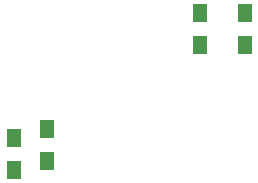
<source format=gbr>
G04 #@! TF.FileFunction,Paste,Bot*
%FSLAX46Y46*%
G04 Gerber Fmt 4.6, Leading zero omitted, Abs format (unit mm)*
G04 Created by KiCad (PCBNEW 0.201509151501+6198~30~ubuntu14.04.1-product) date Sun 04 Oct 2015 11:46:26 PM EDT*
%MOMM*%
G01*
G04 APERTURE LIST*
%ADD10C,0.100000*%
%ADD11R,1.300000X1.500000*%
G04 APERTURE END LIST*
D10*
D11*
X175514000Y-113331000D03*
X175514000Y-116031000D03*
X171704000Y-113331000D03*
X171704000Y-116031000D03*
X158750000Y-123110000D03*
X158750000Y-125810000D03*
X155956000Y-123872000D03*
X155956000Y-126572000D03*
M02*

</source>
